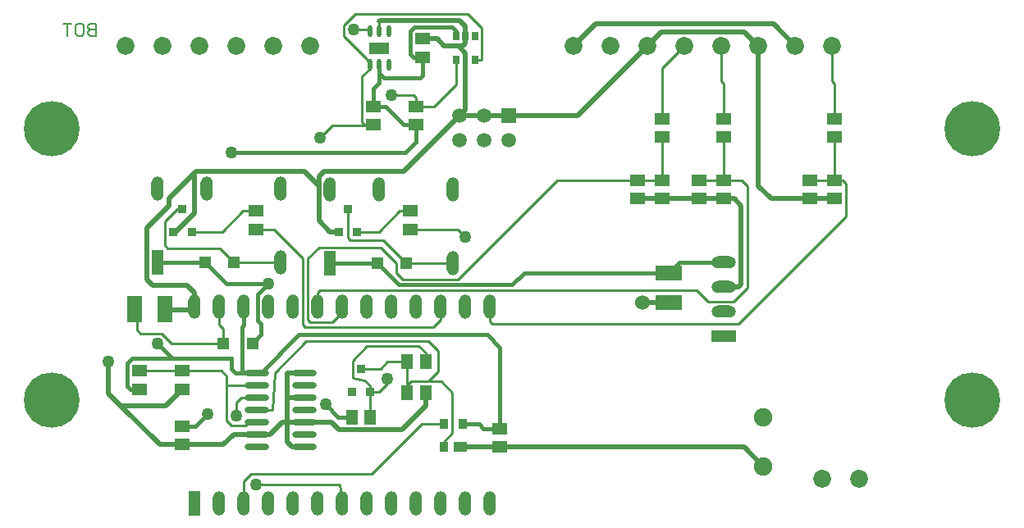
<source format=gbl>
G04 Layer_Physical_Order=2*
G04 Layer_Color=16711680*
%FSLAX25Y25*%
%MOIN*%
G70*
G01*
G75*
%ADD12R,0.05118X0.05906*%
%ADD14R,0.05906X0.05118*%
%ADD15R,0.10000X0.05000*%
%ADD16O,0.10000X0.05000*%
%ADD18C,0.02000*%
%ADD19C,0.01500*%
%ADD20C,0.01000*%
%ADD21C,0.00800*%
%ADD23C,0.07284*%
%ADD24R,0.05000X0.10000*%
%ADD25O,0.05000X0.10000*%
%ADD26C,0.07500*%
%ADD27R,0.05906X0.05906*%
%ADD28C,0.05906*%
%ADD29C,0.06000*%
%ADD30C,0.05000*%
%ADD31C,0.22500*%
%ADD32R,0.05906X0.11024*%
%ADD33R,0.03543X0.03740*%
%ADD34R,0.03543X0.03740*%
%ADD35R,0.02559X0.03543*%
%ADD36R,0.11024X0.05906*%
%ADD37O,0.01772X0.04921*%
%ADD38R,0.07874X0.04921*%
%ADD39R,0.04921X0.04921*%
%ADD40O,0.09843X0.02756*%
%ADD41R,0.03740X0.04331*%
%ADD42R,0.03740X0.04331*%
%ADD43R,0.05512X0.04331*%
D12*
X151692Y2995D02*
D03*
X144212D02*
D03*
X129192Y-7005D02*
D03*
X121712D02*
D03*
X144212Y15495D02*
D03*
X151692D02*
D03*
D14*
X182000Y-19240D02*
D03*
Y-11760D02*
D03*
X247952Y81755D02*
D03*
Y89236D02*
D03*
Y114236D02*
D03*
Y106755D02*
D03*
X237952Y81755D02*
D03*
Y89236D02*
D03*
X307952Y81755D02*
D03*
Y89236D02*
D03*
X52952Y-18245D02*
D03*
Y-10764D02*
D03*
X262952Y81755D02*
D03*
Y89236D02*
D03*
X52952Y4255D02*
D03*
Y11736D02*
D03*
X150452Y146736D02*
D03*
Y139255D02*
D03*
X145452Y69255D02*
D03*
Y76736D02*
D03*
X82952Y69255D02*
D03*
Y76736D02*
D03*
X317952Y106755D02*
D03*
Y114236D02*
D03*
Y89236D02*
D03*
Y81755D02*
D03*
X272952Y106755D02*
D03*
Y114236D02*
D03*
Y89236D02*
D03*
Y81755D02*
D03*
X35452Y4255D02*
D03*
Y11736D02*
D03*
X147952Y111755D02*
D03*
Y119236D02*
D03*
X130452D02*
D03*
Y111755D02*
D03*
D15*
X272952Y25995D02*
D03*
D16*
Y35995D02*
D03*
Y45995D02*
D03*
Y55995D02*
D03*
D18*
X47452Y81995D02*
X57801Y92344D01*
X58452Y92995D01*
X57801Y76000D02*
Y92344D01*
X50170Y68369D02*
X57801Y76000D01*
X49212Y68369D02*
X50170D01*
X56457Y36500D02*
X57952Y37995D01*
X46602Y36500D02*
X56457D01*
X240000Y39393D02*
X250452D01*
X95652Y-9005D02*
Y-9000D01*
Y-17105D02*
Y-9005D01*
Y995D02*
Y10848D01*
X102450D01*
X102598Y10995D01*
X95652Y-9000D02*
Y995D01*
X93657Y-9000D02*
X95652D01*
X88652Y-14005D02*
X93657Y-9000D01*
X23000Y2448D02*
Y15500D01*
X27948Y-2500D02*
X43692Y-18245D01*
X23000Y2448D02*
X27948Y-2500D01*
X46197D01*
X52952Y4255D01*
X185452Y115495D02*
X213452D01*
X132952Y153952D02*
X133346Y154346D01*
X165352D01*
X165052Y143895D02*
X166952D01*
X108452Y86995D02*
Y90995D01*
X52952Y-18245D02*
X69612D01*
X73852Y-14005D01*
X83307D01*
X52552Y4255D02*
X52952D01*
X43692Y-18245D02*
X52952D01*
X97552Y-19005D02*
X102598D01*
X95652Y-17105D02*
X97552Y-19005D01*
X95652Y-9005D02*
X102598D01*
X83307Y-14005D02*
X88652D01*
X95652Y995D02*
X102598D01*
Y-9005D02*
X113452D01*
X116452Y-12005D01*
X142092D01*
X151692Y-2405D01*
Y2995D01*
X165452Y115495D02*
X175452D01*
X57952Y37995D02*
Y43595D01*
X54952Y46595D02*
X57952Y43595D01*
X40852Y46595D02*
X54952D01*
X38452Y48995D02*
X40852Y46595D01*
X38452Y48995D02*
Y69995D01*
X47452Y78995D01*
Y81995D01*
X58452Y92995D02*
X102452D01*
X108452Y72869D02*
X112952Y68369D01*
X102452Y92995D02*
X108452Y86995D01*
Y72869D02*
Y86995D01*
X112952Y68369D02*
X116462D01*
X142952Y92995D02*
X165452Y115495D01*
X110452Y92995D02*
X142952D01*
X108452Y90995D02*
X110452Y92995D01*
X175452Y115495D02*
X185452D01*
X213452D02*
X241952Y143995D01*
X167952Y117995D02*
Y140995D01*
X165452Y115495D02*
X167952Y117995D01*
X165052Y143895D02*
X167952Y140995D01*
X159192Y143895D02*
X165052D01*
X156352Y146736D02*
X159192Y143895D01*
X150452Y146736D02*
X156352D01*
X167952Y144895D02*
Y147720D01*
X166952Y143895D02*
X167952Y144895D01*
X241952Y143995D02*
X247652Y149695D01*
X281252D01*
X286952Y143995D01*
X167952Y147720D02*
Y151745D01*
X165352Y154346D02*
X167952Y151745D01*
X286952Y86995D02*
Y143995D01*
Y86995D02*
X292192Y81755D01*
X307952D01*
X317952D01*
X281188Y-19240D02*
X288952Y-27005D01*
X182000Y-19240D02*
X281188D01*
X272952Y45995D02*
X278952D01*
X279952Y46995D01*
Y78995D01*
X277192Y81755D02*
X279952Y78995D01*
X272952Y81755D02*
X277192D01*
X262952D02*
X272952D01*
X173863Y-19240D02*
X182000D01*
X173852Y-19229D02*
X173863Y-19240D01*
X165905Y-19229D02*
X173852D01*
X247952Y81755D02*
X262952D01*
X237952D02*
X247952D01*
X211952Y143995D02*
X220752Y152795D01*
X293152D01*
X301952Y143995D01*
D19*
X78052Y10995D02*
X83307D01*
X74505D02*
X78052D01*
X72952Y12548D02*
X74505Y10995D01*
X72952Y12548D02*
Y16995D01*
X162611Y151596D02*
X164212Y149995D01*
X147253Y151596D02*
X162611D01*
X145652Y149995D02*
X147253Y151596D01*
X132952Y132995D02*
Y136106D01*
Y128895D02*
Y132995D01*
X77052Y11995D02*
Y29495D01*
X32652Y16995D02*
X48752D01*
X31952Y4255D02*
X35452D01*
X30652Y5555D02*
X31952Y4255D01*
X30652Y5555D02*
Y14995D01*
X32652Y16995D01*
X77052Y29495D02*
X77952Y30395D01*
X42752Y22995D02*
X48752Y16995D01*
X72952D01*
X77952Y30395D02*
Y37995D01*
X77052Y11995D02*
X78052Y10995D01*
X83307D02*
X84752D01*
X100152Y26395D01*
X176952D01*
X182000Y21348D01*
Y-11760D02*
Y21348D01*
X175332Y-11760D02*
X182000D01*
X173352Y-9780D02*
X175332Y-11760D01*
X166692Y-9780D02*
X173352D01*
X72952Y100595D02*
X143652D01*
X147952Y104895D01*
Y111755D01*
X142933D02*
X147952D01*
X135452Y119236D02*
X142933Y111755D01*
X130452Y119236D02*
X135452D01*
X150452Y131995D02*
Y139255D01*
X149452Y130995D02*
X150452Y131995D01*
X134952Y130995D02*
X149452D01*
X132952Y132995D02*
X134952Y130995D01*
X130452Y119236D02*
Y126395D01*
X132952Y128895D01*
X146952Y139255D02*
X150452D01*
X145652Y140555D02*
X146952Y139255D01*
X145652Y140555D02*
Y149995D01*
X164212Y147720D02*
Y149995D01*
X52952Y-10764D02*
X58292D01*
X63252Y-5805D01*
X116252Y-7005D02*
X121712D01*
X111052Y-1805D02*
X116252Y-7005D01*
X42952Y55995D02*
X62047D01*
X83652Y42995D02*
X87752Y47095D01*
X83652Y32090D02*
Y42995D01*
X84952Y26590D02*
Y30790D01*
X62047Y55995D02*
X70947Y47095D01*
X87752D01*
X83652Y32090D02*
X84952Y30790D01*
X81358Y22995D02*
X84952Y26590D01*
X112952Y55495D02*
X132047D01*
X140797Y46745D01*
X186892D01*
X191745Y51598D01*
X250452D01*
X254850Y55995D01*
X272952D01*
D20*
X48409Y22995D02*
X69547D01*
X44409Y26995D02*
X48409Y22995D01*
X36005Y26995D02*
X44409D01*
X34398Y28602D02*
X36005Y26995D01*
X34398Y28602D02*
Y36500D01*
X108952Y44495D02*
X261952D01*
X266452Y39995D01*
X78852Y-10405D02*
Y-9005D01*
X70852Y6000D02*
Y9648D01*
Y-8305D02*
Y6000D01*
X83302D02*
X83307Y5995D01*
X70852Y6000D02*
X83302D01*
X68764Y11736D02*
X70852Y9648D01*
X132952Y149885D02*
Y153952D01*
X128020Y150500D02*
X129015Y151495D01*
X122500Y150500D02*
X128020D01*
X171692Y138195D02*
X174552D01*
X113957Y111500D02*
X131000D01*
X118500Y152243D02*
X123103Y156846D01*
X118500Y148048D02*
Y152243D01*
X123103Y156846D02*
X168902D01*
X118500Y148048D02*
X127552Y138995D01*
X152952Y7495D02*
X158152D01*
X144212Y5995D02*
Y15495D01*
X70852Y-8305D02*
X72952Y-10405D01*
X78852D01*
X52952Y11736D02*
X68764D01*
X78852Y-9005D02*
X83307D01*
X82752Y-34605D02*
X116952D01*
X117952Y-42005D01*
X177952Y31995D02*
Y37995D01*
Y31995D02*
X178952Y30995D01*
X278952D01*
X322452Y74495D01*
Y87995D01*
X321212Y89236D02*
X322452Y87995D01*
X317952Y89236D02*
X321212D01*
X307952D02*
X317952D01*
Y106755D01*
X117952Y35495D02*
Y37995D01*
X113952Y31495D02*
X117952Y35495D01*
X104952Y31495D02*
X113952D01*
X103952Y32495D02*
X104952Y31495D01*
X103952Y32495D02*
Y57595D01*
X108352Y61995D01*
X133352D01*
X139852Y55495D01*
Y51495D02*
Y55495D01*
Y51495D02*
X142352Y48995D01*
X164952D01*
X205192Y89236D01*
X237952D01*
X247952D01*
Y106755D01*
X107952Y37995D02*
Y43495D01*
X108952Y44495D01*
X266452Y39995D02*
X276952D01*
X282452Y45495D01*
Y86995D01*
X280212Y89236D02*
X282452Y86995D01*
X272952Y89236D02*
X280212D01*
X262952D02*
X272952D01*
Y106755D01*
X83307Y-4005D02*
X89452D01*
X90452Y10995D01*
X103252Y23795D01*
X152952D01*
X156952Y19795D01*
Y11495D02*
Y19795D01*
X152952Y7495D02*
X156952Y11495D01*
X145712Y7495D02*
X152952D01*
X144212Y2995D02*
Y5995D01*
X159212Y-19229D02*
Y-17005D01*
X162652Y-13564D01*
Y2995D01*
X158152Y7495D02*
X162652Y2995D01*
X144212Y5995D02*
X145712Y7495D01*
X136226Y15495D02*
X144212D01*
X133352Y12621D02*
X136226Y15495D01*
X125452Y12621D02*
X133352D01*
X35452Y11736D02*
X52952D01*
X120203Y65995D02*
Y77621D01*
Y65995D02*
X121203Y64995D01*
X134358D01*
X143858Y55495D01*
X162952D01*
X129192Y-7005D02*
Y3369D01*
Y5755D01*
X126952Y7995D02*
X129192Y5755D01*
X122152Y8995D02*
X126952Y7995D01*
X122152Y8995D02*
Y15995D01*
X127952Y21795D01*
X148952D01*
X151692Y19055D01*
Y15495D02*
Y19055D01*
X129192Y3369D02*
X132952D01*
X136052Y6469D01*
Y8695D01*
X69547Y22995D02*
Y28901D01*
X67952Y30495D02*
X69547Y28901D01*
X67952Y30495D02*
Y37995D01*
X73858Y55995D02*
X92952D01*
X68158Y61695D02*
X73858Y55995D01*
X46952Y61695D02*
X68158D01*
X45852Y62795D02*
X46952Y61695D01*
X45852Y62795D02*
Y72701D01*
X50773Y77621D01*
X52952D01*
X317952Y114236D02*
Y128595D01*
X316952Y129595D02*
X317952Y128595D01*
X316952Y129595D02*
Y143995D01*
X272952Y114236D02*
Y128595D01*
X271952Y129595D02*
X272952Y128595D01*
X271952Y129595D02*
Y143995D01*
X247952Y114236D02*
Y134995D01*
X256952Y143995D01*
X123943Y68369D02*
X132952D01*
X141318Y76736D01*
X145452D01*
X56692Y68369D02*
X69252D01*
X77618Y76736D01*
X82952D01*
X145452Y69255D02*
X164892D01*
X167952Y66195D01*
X147952Y119236D02*
Y122795D01*
X146952Y123795D02*
X147952Y122795D01*
X137952Y123795D02*
X146952D01*
X129015Y149885D02*
Y151495D01*
X147952Y119236D02*
X155152D01*
X164212Y128295D01*
Y138271D01*
X108952Y106495D02*
X113957Y111500D01*
X129015Y134495D02*
Y136106D01*
X126952Y111755D02*
X130452D01*
X125952Y112755D02*
X126952Y111755D01*
X125952Y112755D02*
Y131432D01*
X129015Y134495D01*
X127552Y138995D02*
X129015Y136106D01*
X168902Y156846D02*
X174552Y151195D01*
Y138195D02*
Y151195D01*
X171692Y138195D02*
Y138271D01*
X82952Y69255D02*
X90192D01*
X101952Y57495D01*
Y30495D02*
Y57495D01*
Y30495D02*
X102952Y29495D01*
X154952D01*
X157952Y32495D01*
Y37995D01*
X74852Y-6405D02*
Y-1005D01*
X76852Y995D01*
X83307D01*
X77952Y-42005D02*
Y-33005D01*
X80752Y-30205D01*
X129828D01*
X150252Y-9780D01*
X159212D01*
D21*
X17952Y152994D02*
Y147995D01*
X15453D01*
X14620Y148828D01*
Y149662D01*
X15453Y150495D01*
X17952D01*
X15453D01*
X14620Y151328D01*
Y152161D01*
X15453Y152994D01*
X17952D01*
X10455D02*
X12121D01*
X12954Y152161D01*
Y148828D01*
X12121Y147995D01*
X10455D01*
X9622Y148828D01*
Y152161D01*
X10455Y152994D01*
X7955D02*
X4623D01*
X6289D01*
Y147995D01*
D23*
X241952Y143995D02*
D03*
X226952D02*
D03*
X211952D02*
D03*
X301952D02*
D03*
X286952D02*
D03*
X271952D02*
D03*
X256952D02*
D03*
X316952D02*
D03*
X312952Y-32005D02*
D03*
X327952D02*
D03*
X104952Y143995D02*
D03*
X44952D02*
D03*
X59952D02*
D03*
X74952D02*
D03*
X89952D02*
D03*
X29952D02*
D03*
D24*
X112952Y55495D02*
D03*
X42952Y55995D02*
D03*
X57952Y-42005D02*
D03*
D25*
X132952Y85495D02*
D03*
X162952Y55495D02*
D03*
X112952Y85495D02*
D03*
X162952D02*
D03*
X62952Y85995D02*
D03*
X92952Y55995D02*
D03*
X42952Y85995D02*
D03*
X92952D02*
D03*
X177952Y37995D02*
D03*
X167952D02*
D03*
X157952D02*
D03*
X147952D02*
D03*
X137952D02*
D03*
X127952D02*
D03*
X117952D02*
D03*
X107952D02*
D03*
X97952D02*
D03*
X87952D02*
D03*
X77952D02*
D03*
X67952D02*
D03*
X57952D02*
D03*
X177952Y-42005D02*
D03*
X167952D02*
D03*
X157952D02*
D03*
X147952D02*
D03*
X137952D02*
D03*
X127952D02*
D03*
X117952D02*
D03*
X107952D02*
D03*
X97952D02*
D03*
X87952D02*
D03*
X77952D02*
D03*
X67952D02*
D03*
D26*
X288952Y-27005D02*
D03*
Y-7005D02*
D03*
D27*
X185452Y115495D02*
D03*
D28*
Y105495D02*
D03*
X175452Y115495D02*
D03*
Y105495D02*
D03*
X165452Y115495D02*
D03*
Y105495D02*
D03*
D29*
X240000Y39393D02*
D03*
D30*
X23000Y15500D02*
D03*
X122500Y150500D02*
D03*
X82752Y-34605D02*
D03*
X42752Y22995D02*
D03*
X72952Y100595D02*
D03*
X63252Y-5805D02*
D03*
X111052Y-1805D02*
D03*
X87752Y47095D02*
D03*
X136052Y8695D02*
D03*
X167952Y66195D02*
D03*
X137952Y123795D02*
D03*
X108952Y106495D02*
D03*
X74852Y-6405D02*
D03*
D31*
X0Y110205D02*
D03*
Y0D02*
D03*
X373775D02*
D03*
Y110205D02*
D03*
D32*
X45705Y37000D02*
D03*
X33500D02*
D03*
D33*
X129192Y3369D02*
D03*
X125452Y12621D02*
D03*
X123943Y68369D02*
D03*
X120203Y77621D02*
D03*
X56692Y68369D02*
D03*
X52952Y77621D02*
D03*
D34*
X121712Y3369D02*
D03*
X116462Y68369D02*
D03*
X49212D02*
D03*
D35*
X164212Y138271D02*
D03*
X171692D02*
D03*
Y147720D02*
D03*
X167952D02*
D03*
X164212D02*
D03*
D36*
X250452Y51598D02*
D03*
Y39393D02*
D03*
D37*
X129015Y149885D02*
D03*
X132952D02*
D03*
X136889D02*
D03*
Y136106D02*
D03*
X132952D02*
D03*
X129015D02*
D03*
D38*
X132952Y142995D02*
D03*
D39*
X81358Y22995D02*
D03*
X69547D02*
D03*
X73858Y55995D02*
D03*
X62047D02*
D03*
X143858Y55495D02*
D03*
X132047D02*
D03*
D40*
X102598Y10995D02*
D03*
Y5995D02*
D03*
Y995D02*
D03*
Y-4005D02*
D03*
Y-9005D02*
D03*
Y-14005D02*
D03*
Y-19005D02*
D03*
X83307Y10995D02*
D03*
Y5995D02*
D03*
Y995D02*
D03*
Y-4005D02*
D03*
Y-9005D02*
D03*
Y-14005D02*
D03*
Y-19005D02*
D03*
D41*
X166692Y-9780D02*
D03*
X159212Y-19229D02*
D03*
D42*
Y-9780D02*
D03*
D43*
X165905Y-19229D02*
D03*
M02*

</source>
